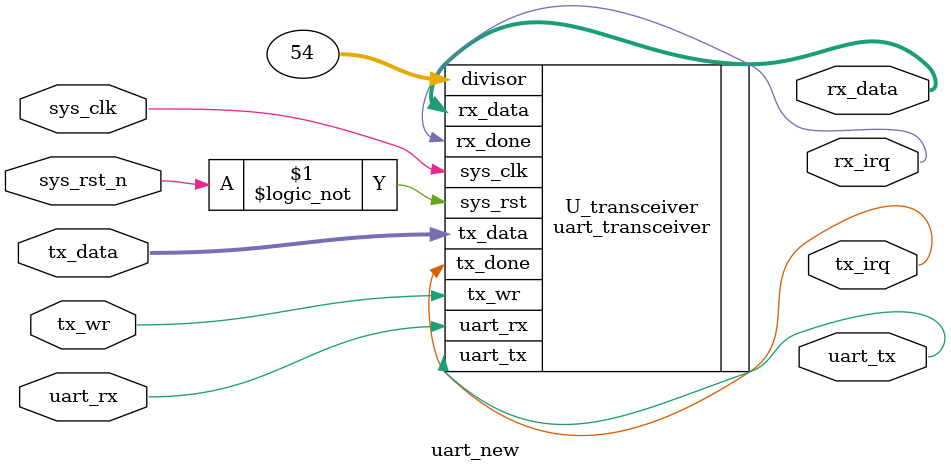
<source format=v>
`timescale 1ns / 1ps


module uart_new #(
	parameter clk_freq = 100000000,
	parameter baud = 115200
) (
	input sys_clk,
	input sys_rst_n,

	input uart_rx,
	output uart_tx,

	output [7:0] rx_data,
	output rx_irq,

	input [7:0] tx_data,
	input tx_wr,
	output tx_irq
    );


parameter default_divisor = clk_freq/baud/16;

uart_transceiver U_transceiver(
	.sys_clk(sys_clk),
	.sys_rst(!sys_rst_n),

	.uart_rx(uart_rx),
	.uart_tx(uart_tx),

	.divisor(default_divisor),

	.rx_data(rx_data),
	.rx_done(rx_irq),

	.tx_data(tx_data),
	.tx_wr(tx_wr),
	.tx_done(tx_irq)
);

endmodule

</source>
